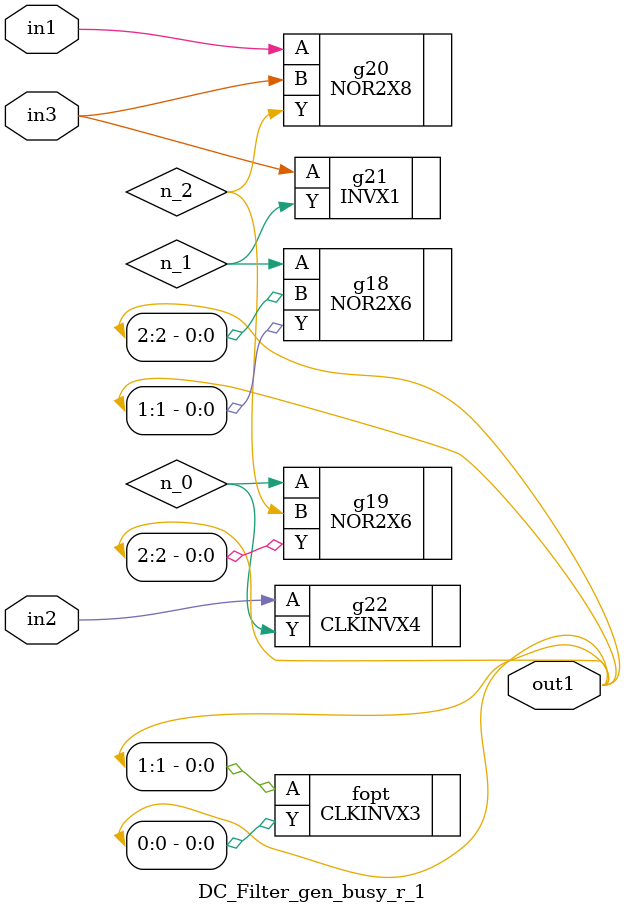
<source format=v>
`timescale 1ps / 1ps


module DC_Filter_gen_busy_r_1(in1, in2, in3, out1);
  input in1, in2, in3;
  output [2:0] out1;
  wire in1, in2, in3;
  wire [2:0] out1;
  wire n_0, n_1, n_2;
  NOR2X6 g18(.A (n_1), .B (out1[2]), .Y (out1[1]));
  NOR2X6 g19(.A (n_0), .B (n_2), .Y (out1[2]));
  NOR2X8 g20(.A (in1), .B (in3), .Y (n_2));
  INVX1 g21(.A (in3), .Y (n_1));
  CLKINVX4 g22(.A (in2), .Y (n_0));
  CLKINVX3 fopt(.A (out1[1]), .Y (out1[0]));
endmodule



</source>
